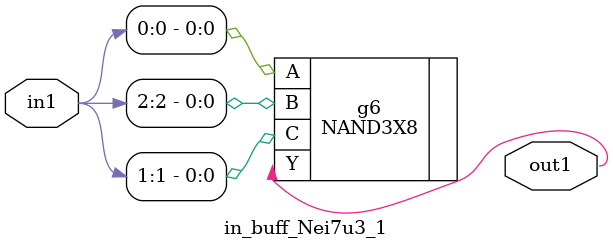
<source format=v>
`timescale 1ps / 1ps


module in_buff_Nei7u3_1(in1, out1);
  input [2:0] in1;
  output out1;
  wire [2:0] in1;
  wire out1;
  NAND3X8 g6(.A (in1[0]), .B (in1[2]), .C (in1[1]), .Y (out1));
endmodule



</source>
